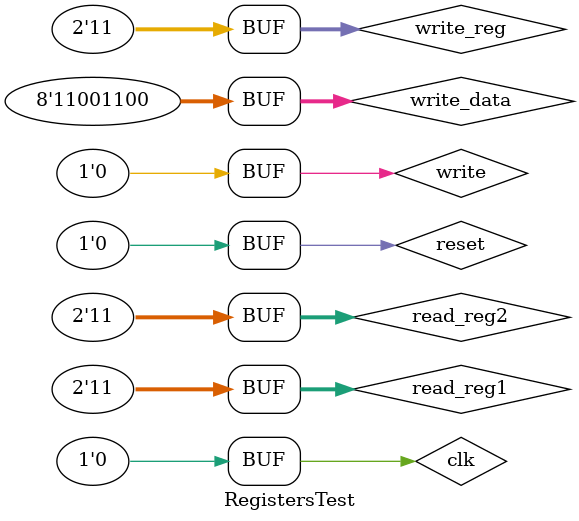
<source format=v>
`timescale 1ns / 1ps

module RegistersTest;
	reg clk;
	reg reset;
	reg [1:0] read_reg1;
	reg [1:0] read_reg2;
	reg write;
	reg [1:0] write_reg;
	reg [7:0] write_data;

	wire [7:0] read_data1;
	wire [7:0] read_data2;

	Registers uut (
		.clk(clk),
		.reset(reset),
		.read_reg1(read_reg1),
		.read_reg2(read_reg2),
		.write(write),
		.write_reg(write_reg),
		.write_data(write_data),
		.read_data1(read_data1),
		.read_data2(read_data2)
	);

	initial begin
		read_reg1 = 0;
		read_reg2 = 0;
		write = 0;
		write_reg = 0;
		write_data = 0;
		reset = 1;
		clk = 0;
		#50;
		reset = 0;
		clk = 1;
		#50;
		clk = 0;
		#50;

		write_reg = 2'b10;
		write_data = 8'b01010101;
		write = 1;
		clk = 1;
		#50;
		clk = 0;
		#50;

		read_reg1 = 2'b11;
		write_reg = 2'b11;
		write_data = 8'b11001100;
		write = 1;
		clk = 1;
		#50;
		clk = 0;
		#50;

		read_reg2 = 2'b11;
		write = 0;
		clk = 1;
		#50;
		clk = 0;
		#50;
	end
endmodule


</source>
